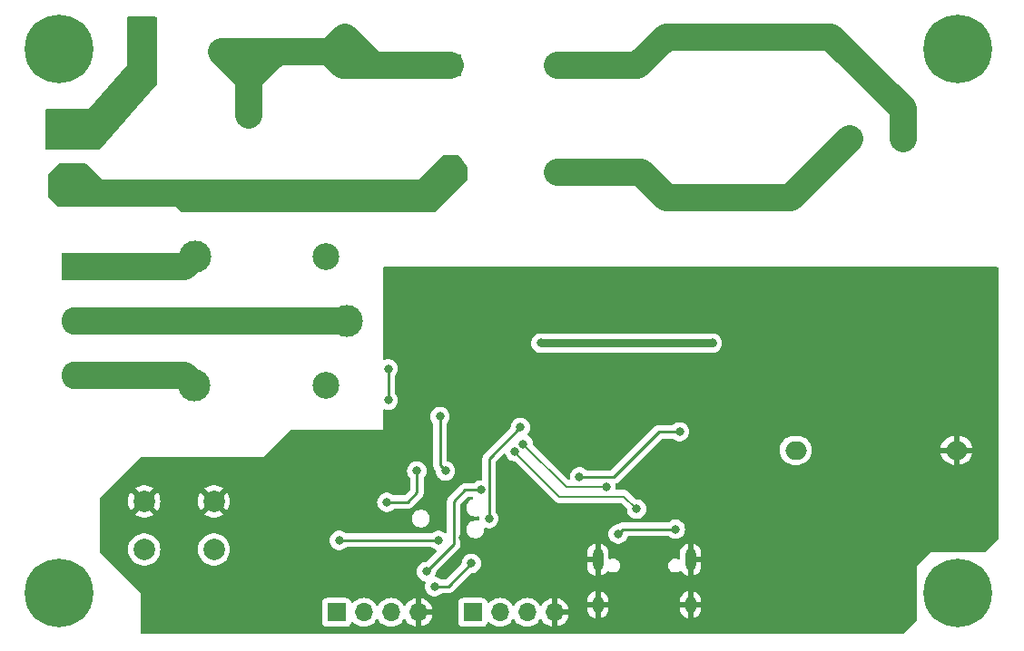
<source format=gbr>
%TF.GenerationSoftware,KiCad,Pcbnew,8.0.1*%
%TF.CreationDate,2024-04-05T21:06:31+06:30*%
%TF.ProjectId,STM32_base,53544d33-325f-4626-9173-652e6b696361,rev?*%
%TF.SameCoordinates,PX48ab840PY853a720*%
%TF.FileFunction,Copper,L2,Bot*%
%TF.FilePolarity,Positive*%
%FSLAX46Y46*%
G04 Gerber Fmt 4.6, Leading zero omitted, Abs format (unit mm)*
G04 Created by KiCad (PCBNEW 8.0.1) date 2024-04-05 21:06:31*
%MOMM*%
%LPD*%
G01*
G04 APERTURE LIST*
%TA.AperFunction,ComponentPad*%
%ADD10C,0.800000*%
%TD*%
%TA.AperFunction,ComponentPad*%
%ADD11C,6.400000*%
%TD*%
%TA.AperFunction,ComponentPad*%
%ADD12C,1.800000*%
%TD*%
%TA.AperFunction,ComponentPad*%
%ADD13R,1.700000X1.700000*%
%TD*%
%TA.AperFunction,ComponentPad*%
%ADD14O,1.700000X1.700000*%
%TD*%
%TA.AperFunction,ComponentPad*%
%ADD15R,2.600000X2.600000*%
%TD*%
%TA.AperFunction,ComponentPad*%
%ADD16C,2.600000*%
%TD*%
%TA.AperFunction,ComponentPad*%
%ADD17C,2.400000*%
%TD*%
%TA.AperFunction,ComponentPad*%
%ADD18O,1.000000X2.100000*%
%TD*%
%TA.AperFunction,ComponentPad*%
%ADD19O,1.000000X1.600000*%
%TD*%
%TA.AperFunction,ComponentPad*%
%ADD20R,2.000000X2.000000*%
%TD*%
%TA.AperFunction,ComponentPad*%
%ADD21C,2.000000*%
%TD*%
%TA.AperFunction,ComponentPad*%
%ADD22C,3.000000*%
%TD*%
%TA.AperFunction,ComponentPad*%
%ADD23C,2.500000*%
%TD*%
%TA.AperFunction,ComponentPad*%
%ADD24R,2.000000X1.700000*%
%TD*%
%TA.AperFunction,ComponentPad*%
%ADD25O,2.000000X1.700000*%
%TD*%
%TA.AperFunction,ViaPad*%
%ADD26C,0.800000*%
%TD*%
%TA.AperFunction,Conductor*%
%ADD27C,0.200000*%
%TD*%
%TA.AperFunction,Conductor*%
%ADD28C,0.254000*%
%TD*%
%TA.AperFunction,Conductor*%
%ADD29C,0.250000*%
%TD*%
%TA.AperFunction,Conductor*%
%ADD30C,2.540000*%
%TD*%
%TA.AperFunction,Conductor*%
%ADD31C,0.762000*%
%TD*%
G04 APERTURE END LIST*
D10*
%TO.P,H3,1,1*%
%TO.N,unconnected-(H3-Pad1)_3*%
X86500000Y5080000D03*
%TO.N,unconnected-(H3-Pad1)_6*%
X87202944Y6777056D03*
%TO.N,unconnected-(H3-Pad1)*%
X87202944Y3382944D03*
%TO.N,unconnected-(H3-Pad1)_5*%
X88900000Y7480000D03*
D11*
%TO.N,unconnected-(H3-Pad1)_7*%
X88900000Y5080000D03*
D10*
%TO.N,unconnected-(H3-Pad1)_0*%
X88900000Y2680000D03*
%TO.N,unconnected-(H3-Pad1)_2*%
X90597056Y6777056D03*
%TO.N,unconnected-(H3-Pad1)_4*%
X90597056Y3382944D03*
%TO.N,unconnected-(H3-Pad1)_1*%
X91300000Y5080000D03*
%TD*%
D12*
%TO.P,TH1,1*%
%TO.N,Net-(C9-Pad1)*%
X20260000Y55642000D03*
%TO.P,TH1,2*%
%TO.N,LINE*%
X12760000Y57642000D03*
%TD*%
D13*
%TO.P,J4,1,Pin_1*%
%TO.N,+3V3*%
X43688000Y3302000D03*
D14*
%TO.P,J4,2,Pin_2*%
%TO.N,I2C1_SCL*%
X46228000Y3302000D03*
%TO.P,J4,3,Pin_3*%
%TO.N,I2C1_SDA*%
X48768000Y3302000D03*
%TO.P,J4,4,Pin_4*%
%TO.N,GND*%
X51308000Y3302000D03*
%TD*%
D15*
%TO.P,J6,1,Pin_1*%
%TO.N,Net-(J6-Pin_1)*%
X6604000Y35565000D03*
D16*
%TO.P,J6,2,Pin_2*%
%TO.N,Net-(J6-Pin_2)*%
X6604000Y30485000D03*
%TO.P,J6,3,Pin_3*%
%TO.N,Net-(J6-Pin_3)*%
X6604000Y25405000D03*
%TD*%
D17*
%TO.P,C10,1*%
%TO.N,/LINE-OUT*%
X61722000Y57030000D03*
%TO.P,C10,2*%
%TO.N,/NEUT-OUT*%
X61722000Y42030000D03*
%TD*%
D18*
%TO.P,J5,S1,SHIELD*%
%TO.N,GND*%
X55370000Y8210000D03*
D19*
X55370000Y4030000D03*
D18*
X64010000Y8210000D03*
D19*
X64010000Y4030000D03*
%TD*%
D15*
%TO.P,J3,1,Pin_1*%
%TO.N,LINE*%
X6299000Y48392000D03*
D16*
%TO.P,J3,2,Pin_2*%
%TO.N,NEUT*%
X6299000Y43312000D03*
%TD*%
D20*
%TO.P,FL1,1,1*%
%TO.N,Net-(C9-Pad1)*%
X41624500Y54387500D03*
D21*
%TO.P,FL1,2,2*%
%TO.N,/LINE-OUT*%
X51624500Y54387500D03*
%TO.P,FL1,3,3*%
%TO.N,NEUT*%
X41624500Y44387500D03*
%TO.P,FL1,4,4*%
%TO.N,/NEUT-OUT*%
X51624500Y44387500D03*
%TD*%
D13*
%TO.P,J2,1,Pin_1*%
%TO.N,+3V3*%
X30988000Y3302000D03*
D14*
%TO.P,J2,2,Pin_2*%
%TO.N,USART1_TX*%
X33528000Y3302000D03*
%TO.P,J2,3,Pin_3*%
%TO.N,USART1_RX*%
X36068000Y3302000D03*
%TO.P,J2,4,Pin_4*%
%TO.N,GND*%
X38608000Y3302000D03*
%TD*%
D22*
%TO.P,K1,1*%
%TO.N,Net-(J6-Pin_2)*%
X31930000Y30480000D03*
D23*
%TO.P,K1,2*%
%TO.N,Net-(D2-K)*%
X29980000Y36530000D03*
D22*
%TO.P,K1,3*%
%TO.N,Net-(J6-Pin_1)*%
X17780000Y36530000D03*
%TO.P,K1,4*%
%TO.N,Net-(J6-Pin_3)*%
X17730000Y24480000D03*
D23*
%TO.P,K1,5*%
%TO.N,+5V*%
X29980000Y24530000D03*
%TD*%
D21*
%TO.P,SW1,1*%
%TO.N,GND*%
X13058000Y13680000D03*
X19558000Y13680000D03*
%TO.P,SW1,2*%
%TO.N,NRST*%
X13058000Y9180000D03*
X19558000Y9180000D03*
%TD*%
D10*
%TO.P,H4,1,1*%
%TO.N,unconnected-(H4-Pad1)_1*%
X2680000Y55880000D03*
%TO.N,unconnected-(H4-Pad1)_4*%
X3382944Y57577056D03*
%TO.N,unconnected-(H4-Pad1)_2*%
X3382944Y54182944D03*
%TO.N,unconnected-(H4-Pad1)*%
X5080000Y58280000D03*
D11*
%TO.N,unconnected-(H4-Pad1)_3*%
X5080000Y55880000D03*
D10*
%TO.N,unconnected-(H4-Pad1)_5*%
X5080000Y53480000D03*
%TO.N,unconnected-(H4-Pad1)_7*%
X6777056Y57577056D03*
%TO.N,unconnected-(H4-Pad1)_6*%
X6777056Y54182944D03*
%TO.N,unconnected-(H4-Pad1)_0*%
X7480000Y55880000D03*
%TD*%
D17*
%TO.P,C9,1*%
%TO.N,Net-(C9-Pad1)*%
X31750000Y57030000D03*
%TO.P,C9,2*%
%TO.N,NEUT*%
X31750000Y42030000D03*
%TD*%
D12*
%TO.P,RV1,1*%
%TO.N,Net-(C9-Pad1)*%
X22844000Y49724000D03*
%TO.P,RV1,2*%
%TO.N,NEUT*%
X20844000Y42224000D03*
%TD*%
D10*
%TO.P,H2,1,1*%
%TO.N,unconnected-(H2-Pad1)_6*%
X86500000Y55880000D03*
%TO.N,unconnected-(H2-Pad1)*%
X87202944Y57577056D03*
%TO.N,unconnected-(H2-Pad1)_2*%
X87202944Y54182944D03*
%TO.N,unconnected-(H2-Pad1)_1*%
X88900000Y58280000D03*
D11*
%TO.N,unconnected-(H2-Pad1)_0*%
X88900000Y55880000D03*
D10*
%TO.N,unconnected-(H2-Pad1)_5*%
X88900000Y53480000D03*
%TO.N,unconnected-(H2-Pad1)_3*%
X90597056Y57577056D03*
%TO.N,unconnected-(H2-Pad1)_7*%
X90597056Y54182944D03*
%TO.N,unconnected-(H2-Pad1)_4*%
X91300000Y55880000D03*
%TD*%
%TO.P,H1,1,1*%
%TO.N,unconnected-(H1-Pad1)_0*%
X2680000Y5080000D03*
%TO.N,unconnected-(H1-Pad1)_4*%
X3382944Y6777056D03*
%TO.N,unconnected-(H1-Pad1)_6*%
X3382944Y3382944D03*
%TO.N,unconnected-(H1-Pad1)_5*%
X5080000Y7480000D03*
D11*
%TO.N,unconnected-(H1-Pad1)_1*%
X5080000Y5080000D03*
D10*
%TO.N,unconnected-(H1-Pad1)_3*%
X5080000Y2680000D03*
%TO.N,unconnected-(H1-Pad1)_2*%
X6777056Y6777056D03*
%TO.N,unconnected-(H1-Pad1)_7*%
X6777056Y3382944D03*
%TO.N,unconnected-(H1-Pad1)*%
X7480000Y5080000D03*
%TD*%
D24*
%TO.P,PS1,1,AC/L*%
%TO.N,/LINE-OUT*%
X83820000Y47517500D03*
D25*
%TO.P,PS1,2,AC/N*%
%TO.N,/NEUT-OUT*%
X78820000Y47517500D03*
%TO.P,PS1,3,-Vout*%
%TO.N,GND*%
X88820000Y18437500D03*
%TO.P,PS1,4,+Vout*%
%TO.N,+5V*%
X73820000Y18437500D03*
%TD*%
D26*
%TO.N,GND*%
X65481200Y10820400D03*
%TO.N,VBUS*%
X62585600Y11074400D03*
X57251600Y10617200D03*
%TO.N,+3V3*%
X62992000Y20167600D03*
X53644800Y15951200D03*
X40640000Y21590000D03*
X41148000Y16510000D03*
%TO.N,GND*%
X70612000Y12446000D03*
X59436000Y4064000D03*
X64617600Y15748000D03*
X78359000Y11049000D03*
X22225000Y4191000D03*
X16891000Y5080000D03*
X60096400Y20878800D03*
X69088000Y7239000D03*
X44069000Y18034000D03*
X44831000Y6477000D03*
X44958000Y22733000D03*
X48895000Y21844000D03*
X49657000Y13589000D03*
X23241000Y15113000D03*
X56769000Y25273000D03*
X65151000Y19812000D03*
X77978000Y4572000D03*
X42672000Y32258000D03*
X88265000Y12192000D03*
X16256000Y11811000D03*
X51054000Y24384000D03*
X42799000Y10287000D03*
X34036000Y16891000D03*
X42291000Y24638000D03*
X41275000Y14478000D03*
X24384000Y7493000D03*
X52451000Y10414000D03*
X53213000Y32131000D03*
X41148000Y3302000D03*
X54483000Y19685000D03*
%TO.N,NRST*%
X31242000Y10033000D03*
X48133000Y20574000D03*
X45212000Y12065000D03*
X40513000Y10033000D03*
%TO.N,NEUT*%
X39370000Y42164000D03*
X12192000Y42418000D03*
X35560000Y42164000D03*
X9652000Y42418000D03*
X23114000Y42164000D03*
X17780000Y42418000D03*
X15240000Y42418000D03*
X25654000Y42164000D03*
X28702000Y42164000D03*
%TO.N,+5V*%
X66040000Y28448000D03*
X50038000Y28448000D03*
%TO.N,LINE*%
X10668000Y51816000D03*
X12700000Y51816000D03*
X8636000Y49276000D03*
X11684000Y52832000D03*
X13208000Y53340000D03*
X9144000Y47752000D03*
X12700000Y54610000D03*
X9144000Y50800000D03*
X10160000Y49276000D03*
X11176000Y50292000D03*
%TO.N,USART1_RX*%
X43561000Y7874000D03*
X40132000Y5715000D03*
%TO.N,USART1_TX*%
X44455708Y14725573D03*
X39370000Y7112000D03*
%TO.N,USB_D+*%
X58978800Y12954000D03*
X47634768Y18297768D03*
%TO.N,USB_D-*%
X56134000Y14986000D03*
X48377232Y19040232D03*
%TO.N,Relay_Ctrl*%
X38481000Y16510000D03*
X35687000Y13589000D03*
%TO.N,Net-(D2-K)*%
X35814000Y26052000D03*
X35814000Y23114000D03*
%TD*%
D27*
%TO.N,USB_D+*%
X47634768Y18278232D02*
X47634768Y18297768D01*
X51790600Y14122400D02*
X47634768Y18278232D01*
X58978800Y12954000D02*
X57810400Y14122400D01*
X57810400Y14122400D02*
X51790600Y14122400D01*
D28*
%TO.N,+3V3*%
X56845200Y15951200D02*
X53644800Y15951200D01*
X61061600Y20167600D02*
X56845200Y15951200D01*
X62992000Y20167600D02*
X61061600Y20167600D01*
D29*
%TO.N,VBUS*%
X57708800Y11074400D02*
X57251600Y10617200D01*
X62585600Y11074400D02*
X57708800Y11074400D01*
D28*
%TO.N,USART1_TX*%
X41910000Y9652000D02*
X39370000Y7112000D01*
X41910000Y13665200D02*
X41910000Y9652000D01*
X42970373Y14725573D02*
X41910000Y13665200D01*
X44455708Y14725573D02*
X42970373Y14725573D01*
D27*
%TO.N,USB_D-*%
X56134000Y14986000D02*
X52451000Y14986000D01*
X48396768Y19040232D02*
X48377232Y19040232D01*
X52451000Y14986000D02*
X48396768Y19040232D01*
D30*
%TO.N,Net-(J6-Pin_1)*%
X16815000Y35565000D02*
X17780000Y36530000D01*
X6604000Y35565000D02*
X16815000Y35565000D01*
%TO.N,Net-(J6-Pin_2)*%
X31355000Y30485000D02*
X31360000Y30480000D01*
X6604000Y30485000D02*
X31355000Y30485000D01*
%TO.N,Net-(J6-Pin_3)*%
X16805000Y25405000D02*
X17730000Y24480000D01*
X6604000Y25405000D02*
X16805000Y25405000D01*
D28*
%TO.N,+3V3*%
X40640000Y17018000D02*
X41148000Y16510000D01*
X40640000Y21590000D02*
X40640000Y17018000D01*
%TO.N,GND*%
X52215776Y20807618D02*
X53360382Y20807618D01*
X53360382Y20807618D02*
X54483000Y19685000D01*
%TO.N,NRST*%
X45212000Y17653000D02*
X48133000Y20574000D01*
X31242000Y10033000D02*
X40513000Y10033000D01*
X45212000Y12065000D02*
X45212000Y17653000D01*
D30*
%TO.N,Net-(C9-Pad1)*%
X25400000Y55642000D02*
X30362000Y55642000D01*
X30362000Y55642000D02*
X31750000Y57030000D01*
X22844000Y53086000D02*
X22844000Y55626000D01*
X22844000Y55626000D02*
X22860000Y55642000D01*
X22860000Y55642000D02*
X25400000Y55642000D01*
X30362000Y55642000D02*
X31616500Y54387500D01*
X31616500Y54387500D02*
X34392500Y54387500D01*
X20260000Y55642000D02*
X22860000Y55642000D01*
X20260000Y55642000D02*
X22816000Y53086000D01*
X41624500Y54387500D02*
X34392500Y54387500D01*
X22816000Y53086000D02*
X22844000Y53086000D01*
X22844000Y49724000D02*
X22844000Y53086000D01*
X34392500Y54387500D02*
X31750000Y57030000D01*
X22844000Y53086000D02*
X25400000Y55642000D01*
%TO.N,/NEUT-OUT*%
X59364500Y44387500D02*
X61722000Y42030000D01*
X73332500Y42030000D02*
X78820000Y47517500D01*
X51624500Y44387500D02*
X59364500Y44387500D01*
X61722000Y42030000D02*
X73332500Y42030000D01*
%TO.N,/LINE-OUT*%
X61722000Y57030000D02*
X77082000Y57030000D01*
X51624500Y54387500D02*
X59079500Y54387500D01*
X83820000Y50292000D02*
X83820000Y47517500D01*
X59079500Y54387500D02*
X61722000Y57030000D01*
X77082000Y57030000D02*
X83820000Y50292000D01*
D31*
%TO.N,+5V*%
X66040000Y28448000D02*
X50038000Y28448000D01*
D28*
%TO.N,USART1_RX*%
X43561000Y7874000D02*
X41402000Y5715000D01*
X41402000Y5715000D02*
X40259000Y5715000D01*
X40259000Y5715000D02*
X40132000Y5715000D01*
D29*
%TO.N,Relay_Ctrl*%
X35687000Y13589000D02*
X37592000Y13589000D01*
X37592000Y13589000D02*
X38481000Y14478000D01*
X38481000Y14478000D02*
X38481000Y16510000D01*
D28*
%TO.N,Net-(D2-K)*%
X35814000Y23114000D02*
X35814000Y26052000D01*
%TD*%
%TA.AperFunction,Conductor*%
%TO.N,GND*%
G36*
X92653039Y35540315D02*
G01*
X92698794Y35487511D01*
X92710000Y35436000D01*
X92710000Y10211362D01*
X92690315Y10144323D01*
X92673681Y10123681D01*
X91476319Y8926319D01*
X91414996Y8892834D01*
X91388638Y8890000D01*
X86359999Y8890000D01*
X85090000Y7620001D01*
X85090000Y2591362D01*
X85070315Y2524323D01*
X85053681Y2503681D01*
X83856319Y1306319D01*
X83794996Y1272834D01*
X83768638Y1270000D01*
X12824000Y1270000D01*
X12756961Y1289685D01*
X12711206Y1342489D01*
X12700000Y1394000D01*
X12700000Y2404130D01*
X29637500Y2404130D01*
X29637501Y2404124D01*
X29643908Y2344517D01*
X29694202Y2209672D01*
X29694206Y2209665D01*
X29780452Y2094456D01*
X29780455Y2094453D01*
X29895664Y2008207D01*
X29895671Y2008203D01*
X30030517Y1957909D01*
X30030516Y1957909D01*
X30037444Y1957165D01*
X30090127Y1951500D01*
X31885872Y1951501D01*
X31945483Y1957909D01*
X32080331Y2008204D01*
X32195546Y2094454D01*
X32281796Y2209669D01*
X32330810Y2341084D01*
X32372681Y2397016D01*
X32438145Y2421434D01*
X32506418Y2406583D01*
X32534673Y2385431D01*
X32656599Y2263505D01*
X32753384Y2195735D01*
X32850165Y2127968D01*
X32850167Y2127967D01*
X32850170Y2127965D01*
X33064337Y2028097D01*
X33292592Y1966937D01*
X33469034Y1951500D01*
X33527999Y1946341D01*
X33528000Y1946341D01*
X33528001Y1946341D01*
X33586966Y1951500D01*
X33763408Y1966937D01*
X33991663Y2028097D01*
X34205830Y2127965D01*
X34399401Y2263505D01*
X34566495Y2430599D01*
X34696425Y2616158D01*
X34751002Y2659783D01*
X34820500Y2666977D01*
X34882855Y2635454D01*
X34899575Y2616158D01*
X35029281Y2430918D01*
X35029505Y2430599D01*
X35196599Y2263505D01*
X35293384Y2195735D01*
X35390165Y2127968D01*
X35390167Y2127967D01*
X35390170Y2127965D01*
X35604337Y2028097D01*
X35832592Y1966937D01*
X36009034Y1951500D01*
X36067999Y1946341D01*
X36068000Y1946341D01*
X36068001Y1946341D01*
X36126966Y1951500D01*
X36303408Y1966937D01*
X36531663Y2028097D01*
X36745830Y2127965D01*
X36939401Y2263505D01*
X37106495Y2430599D01*
X37236730Y2616595D01*
X37291307Y2660219D01*
X37360805Y2667413D01*
X37423160Y2635890D01*
X37439879Y2616595D01*
X37569890Y2430922D01*
X37736917Y2263895D01*
X37930421Y2128400D01*
X38144507Y2028571D01*
X38144516Y2028567D01*
X38358000Y1971366D01*
X38358000Y2868988D01*
X38415007Y2836075D01*
X38542174Y2802000D01*
X38673826Y2802000D01*
X38800993Y2836075D01*
X38858000Y2868988D01*
X38858000Y1971367D01*
X39071483Y2028567D01*
X39071492Y2028571D01*
X39285578Y2128400D01*
X39479082Y2263895D01*
X39619317Y2404130D01*
X42337500Y2404130D01*
X42337501Y2404124D01*
X42343908Y2344517D01*
X42394202Y2209672D01*
X42394206Y2209665D01*
X42480452Y2094456D01*
X42480455Y2094453D01*
X42595664Y2008207D01*
X42595671Y2008203D01*
X42730517Y1957909D01*
X42730516Y1957909D01*
X42737444Y1957165D01*
X42790127Y1951500D01*
X44585872Y1951501D01*
X44645483Y1957909D01*
X44780331Y2008204D01*
X44895546Y2094454D01*
X44981796Y2209669D01*
X45030810Y2341084D01*
X45072681Y2397016D01*
X45138145Y2421434D01*
X45206418Y2406583D01*
X45234673Y2385431D01*
X45356599Y2263505D01*
X45453384Y2195735D01*
X45550165Y2127968D01*
X45550167Y2127967D01*
X45550170Y2127965D01*
X45764337Y2028097D01*
X45992592Y1966937D01*
X46169034Y1951500D01*
X46227999Y1946341D01*
X46228000Y1946341D01*
X46228001Y1946341D01*
X46286966Y1951500D01*
X46463408Y1966937D01*
X46691663Y2028097D01*
X46905830Y2127965D01*
X47099401Y2263505D01*
X47266495Y2430599D01*
X47396425Y2616158D01*
X47451002Y2659783D01*
X47520500Y2666977D01*
X47582855Y2635454D01*
X47599575Y2616158D01*
X47729281Y2430918D01*
X47729505Y2430599D01*
X47896599Y2263505D01*
X47993384Y2195735D01*
X48090165Y2127968D01*
X48090167Y2127967D01*
X48090170Y2127965D01*
X48304337Y2028097D01*
X48532592Y1966937D01*
X48709034Y1951500D01*
X48767999Y1946341D01*
X48768000Y1946341D01*
X48768001Y1946341D01*
X48826966Y1951500D01*
X49003408Y1966937D01*
X49231663Y2028097D01*
X49445830Y2127965D01*
X49639401Y2263505D01*
X49806495Y2430599D01*
X49936730Y2616595D01*
X49991307Y2660219D01*
X50060805Y2667413D01*
X50123160Y2635890D01*
X50139879Y2616595D01*
X50269890Y2430922D01*
X50436917Y2263895D01*
X50630421Y2128400D01*
X50844507Y2028571D01*
X50844516Y2028567D01*
X51058000Y1971366D01*
X51058000Y2868988D01*
X51115007Y2836075D01*
X51242174Y2802000D01*
X51373826Y2802000D01*
X51500993Y2836075D01*
X51558000Y2868988D01*
X51558000Y1971367D01*
X51771483Y2028567D01*
X51771492Y2028571D01*
X51985578Y2128400D01*
X52179082Y2263895D01*
X52346105Y2430918D01*
X52481600Y2624422D01*
X52581429Y2838508D01*
X52581432Y2838514D01*
X52638636Y3052000D01*
X51741012Y3052000D01*
X51773925Y3109007D01*
X51808000Y3236174D01*
X51808000Y3367826D01*
X51773925Y3494993D01*
X51741012Y3552000D01*
X52638636Y3552000D01*
X52638635Y3552001D01*
X52617332Y3631505D01*
X54370000Y3631505D01*
X54408427Y3438319D01*
X54408430Y3438307D01*
X54483807Y3256329D01*
X54483814Y3256316D01*
X54593248Y3092538D01*
X54593251Y3092534D01*
X54732533Y2953252D01*
X54732537Y2953249D01*
X54896315Y2843815D01*
X54896328Y2843808D01*
X55078308Y2768431D01*
X55120000Y2760138D01*
X55120000Y3563012D01*
X55129940Y3545795D01*
X55185795Y3489940D01*
X55254204Y3450444D01*
X55330504Y3430000D01*
X55409496Y3430000D01*
X55485796Y3450444D01*
X55554205Y3489940D01*
X55610060Y3545795D01*
X55620000Y3563012D01*
X55620000Y2760138D01*
X55661690Y2768431D01*
X55661692Y2768431D01*
X55843671Y2843808D01*
X55843684Y2843815D01*
X56007462Y2953249D01*
X56007466Y2953252D01*
X56146748Y3092534D01*
X56146751Y3092538D01*
X56256185Y3256316D01*
X56256192Y3256329D01*
X56331569Y3438307D01*
X56331572Y3438319D01*
X56369999Y3631505D01*
X63010000Y3631505D01*
X63048427Y3438319D01*
X63048430Y3438307D01*
X63123807Y3256329D01*
X63123814Y3256316D01*
X63233248Y3092538D01*
X63233251Y3092534D01*
X63372533Y2953252D01*
X63372537Y2953249D01*
X63536315Y2843815D01*
X63536328Y2843808D01*
X63718308Y2768431D01*
X63760000Y2760138D01*
X63760000Y3563012D01*
X63769940Y3545795D01*
X63825795Y3489940D01*
X63894204Y3450444D01*
X63970504Y3430000D01*
X64049496Y3430000D01*
X64125796Y3450444D01*
X64194205Y3489940D01*
X64250060Y3545795D01*
X64260000Y3563012D01*
X64260000Y2760138D01*
X64301690Y2768431D01*
X64301692Y2768431D01*
X64483671Y2843808D01*
X64483684Y2843815D01*
X64647462Y2953249D01*
X64647466Y2953252D01*
X64786748Y3092534D01*
X64786751Y3092538D01*
X64896185Y3256316D01*
X64896192Y3256329D01*
X64971569Y3438307D01*
X64971572Y3438319D01*
X65009999Y3631505D01*
X65010000Y3631508D01*
X65010000Y3780000D01*
X64310000Y3780000D01*
X64310000Y4280000D01*
X65010000Y4280000D01*
X65010000Y4428492D01*
X65009999Y4428496D01*
X64971572Y4621682D01*
X64971569Y4621694D01*
X64896192Y4803672D01*
X64896185Y4803685D01*
X64786751Y4967463D01*
X64786748Y4967467D01*
X64647466Y5106749D01*
X64647462Y5106752D01*
X64483684Y5216186D01*
X64483671Y5216193D01*
X64301691Y5291571D01*
X64301683Y5291573D01*
X64260000Y5299865D01*
X64260000Y4496989D01*
X64250060Y4514205D01*
X64194205Y4570060D01*
X64125796Y4609556D01*
X64049496Y4630000D01*
X63970504Y4630000D01*
X63894204Y4609556D01*
X63825795Y4570060D01*
X63769940Y4514205D01*
X63760000Y4496989D01*
X63760000Y5299864D01*
X63759999Y5299865D01*
X63718316Y5291573D01*
X63718308Y5291571D01*
X63536328Y5216193D01*
X63536315Y5216186D01*
X63372537Y5106752D01*
X63372533Y5106749D01*
X63233251Y4967467D01*
X63233248Y4967463D01*
X63123814Y4803685D01*
X63123807Y4803672D01*
X63048430Y4621694D01*
X63048427Y4621682D01*
X63010000Y4428496D01*
X63010000Y4280000D01*
X63710000Y4280000D01*
X63710000Y3780000D01*
X63010000Y3780000D01*
X63010000Y3631505D01*
X56369999Y3631505D01*
X56370000Y3631508D01*
X56370000Y3780000D01*
X55670000Y3780000D01*
X55670000Y4280000D01*
X56370000Y4280000D01*
X56370000Y4428492D01*
X56369999Y4428496D01*
X56331572Y4621682D01*
X56331569Y4621694D01*
X56256192Y4803672D01*
X56256185Y4803685D01*
X56146751Y4967463D01*
X56146748Y4967467D01*
X56007466Y5106749D01*
X56007462Y5106752D01*
X55843684Y5216186D01*
X55843671Y5216193D01*
X55661691Y5291571D01*
X55661683Y5291573D01*
X55620000Y5299865D01*
X55620000Y4496989D01*
X55610060Y4514205D01*
X55554205Y4570060D01*
X55485796Y4609556D01*
X55409496Y4630000D01*
X55330504Y4630000D01*
X55254204Y4609556D01*
X55185795Y4570060D01*
X55129940Y4514205D01*
X55120000Y4496989D01*
X55120000Y5299864D01*
X55119999Y5299865D01*
X55078316Y5291573D01*
X55078308Y5291571D01*
X54896328Y5216193D01*
X54896315Y5216186D01*
X54732537Y5106752D01*
X54732533Y5106749D01*
X54593251Y4967467D01*
X54593248Y4967463D01*
X54483814Y4803685D01*
X54483807Y4803672D01*
X54408430Y4621694D01*
X54408427Y4621682D01*
X54370000Y4428496D01*
X54370000Y4280000D01*
X55070000Y4280000D01*
X55070000Y3780000D01*
X54370000Y3780000D01*
X54370000Y3631505D01*
X52617332Y3631505D01*
X52581432Y3765487D01*
X52581429Y3765493D01*
X52481600Y3979578D01*
X52481599Y3979580D01*
X52346113Y4173074D01*
X52346108Y4173080D01*
X52179082Y4340106D01*
X51985578Y4475601D01*
X51771492Y4575430D01*
X51771486Y4575433D01*
X51558000Y4632636D01*
X51558000Y3735012D01*
X51500993Y3767925D01*
X51373826Y3802000D01*
X51242174Y3802000D01*
X51115007Y3767925D01*
X51058000Y3735012D01*
X51058000Y4632636D01*
X51057999Y4632636D01*
X50844513Y4575433D01*
X50844507Y4575430D01*
X50630422Y4475601D01*
X50630420Y4475600D01*
X50436926Y4340114D01*
X50436920Y4340109D01*
X50269891Y4173080D01*
X50269890Y4173078D01*
X50139880Y3987405D01*
X50085303Y3943781D01*
X50015804Y3936588D01*
X49953450Y3968110D01*
X49936730Y3987406D01*
X49806494Y4173403D01*
X49639402Y4340494D01*
X49639395Y4340499D01*
X49445834Y4476033D01*
X49445830Y4476035D01*
X49445828Y4476036D01*
X49231663Y4575903D01*
X49231659Y4575904D01*
X49231655Y4575906D01*
X49003413Y4637062D01*
X49003403Y4637064D01*
X48768001Y4657659D01*
X48767999Y4657659D01*
X48532596Y4637064D01*
X48532586Y4637062D01*
X48304344Y4575906D01*
X48304335Y4575902D01*
X48090171Y4476036D01*
X48090169Y4476035D01*
X47896597Y4340495D01*
X47729505Y4173403D01*
X47599575Y3987842D01*
X47544998Y3944217D01*
X47475500Y3937023D01*
X47413145Y3968546D01*
X47396425Y3987842D01*
X47266494Y4173403D01*
X47099402Y4340494D01*
X47099395Y4340499D01*
X46905834Y4476033D01*
X46905830Y4476035D01*
X46905828Y4476036D01*
X46691663Y4575903D01*
X46691659Y4575904D01*
X46691655Y4575906D01*
X46463413Y4637062D01*
X46463403Y4637064D01*
X46228001Y4657659D01*
X46227999Y4657659D01*
X45992596Y4637064D01*
X45992586Y4637062D01*
X45764344Y4575906D01*
X45764335Y4575902D01*
X45550171Y4476036D01*
X45550169Y4476035D01*
X45356600Y4340497D01*
X45234673Y4218570D01*
X45173350Y4185086D01*
X45103658Y4190070D01*
X45047725Y4231942D01*
X45030810Y4262919D01*
X44981797Y4394329D01*
X44981793Y4394336D01*
X44895547Y4509545D01*
X44895544Y4509548D01*
X44780335Y4595794D01*
X44780328Y4595798D01*
X44645482Y4646092D01*
X44645483Y4646092D01*
X44585883Y4652499D01*
X44585881Y4652500D01*
X44585873Y4652500D01*
X44585864Y4652500D01*
X42790129Y4652500D01*
X42790123Y4652499D01*
X42730516Y4646092D01*
X42595671Y4595798D01*
X42595664Y4595794D01*
X42480455Y4509548D01*
X42480452Y4509545D01*
X42394206Y4394336D01*
X42394202Y4394329D01*
X42343908Y4259483D01*
X42337501Y4199884D01*
X42337500Y4199865D01*
X42337500Y2404130D01*
X39619317Y2404130D01*
X39646105Y2430918D01*
X39781600Y2624422D01*
X39881429Y2838508D01*
X39881432Y2838514D01*
X39938636Y3052000D01*
X39041012Y3052000D01*
X39073925Y3109007D01*
X39108000Y3236174D01*
X39108000Y3367826D01*
X39073925Y3494993D01*
X39041012Y3552000D01*
X39938636Y3552000D01*
X39938635Y3552001D01*
X39881432Y3765487D01*
X39881429Y3765493D01*
X39781600Y3979578D01*
X39781599Y3979580D01*
X39646113Y4173074D01*
X39646108Y4173080D01*
X39479082Y4340106D01*
X39285578Y4475601D01*
X39071492Y4575430D01*
X39071486Y4575433D01*
X38858000Y4632636D01*
X38858000Y3735012D01*
X38800993Y3767925D01*
X38673826Y3802000D01*
X38542174Y3802000D01*
X38415007Y3767925D01*
X38358000Y3735012D01*
X38358000Y4632636D01*
X38357999Y4632636D01*
X38144513Y4575433D01*
X38144507Y4575430D01*
X37930422Y4475601D01*
X37930420Y4475600D01*
X37736926Y4340114D01*
X37736920Y4340109D01*
X37569891Y4173080D01*
X37569890Y4173078D01*
X37439880Y3987405D01*
X37385303Y3943781D01*
X37315804Y3936588D01*
X37253450Y3968110D01*
X37236730Y3987406D01*
X37106494Y4173403D01*
X36939402Y4340494D01*
X36939395Y4340499D01*
X36745834Y4476033D01*
X36745830Y4476035D01*
X36745828Y4476036D01*
X36531663Y4575903D01*
X36531659Y4575904D01*
X36531655Y4575906D01*
X36303413Y4637062D01*
X36303403Y4637064D01*
X36068001Y4657659D01*
X36067999Y4657659D01*
X35832596Y4637064D01*
X35832586Y4637062D01*
X35604344Y4575906D01*
X35604335Y4575902D01*
X35390171Y4476036D01*
X35390169Y4476035D01*
X35196597Y4340495D01*
X35029505Y4173403D01*
X34899575Y3987842D01*
X34844998Y3944217D01*
X34775500Y3937023D01*
X34713145Y3968546D01*
X34696425Y3987842D01*
X34566494Y4173403D01*
X34399402Y4340494D01*
X34399395Y4340499D01*
X34205834Y4476033D01*
X34205830Y4476035D01*
X34205828Y4476036D01*
X33991663Y4575903D01*
X33991659Y4575904D01*
X33991655Y4575906D01*
X33763413Y4637062D01*
X33763403Y4637064D01*
X33528001Y4657659D01*
X33527999Y4657659D01*
X33292596Y4637064D01*
X33292586Y4637062D01*
X33064344Y4575906D01*
X33064335Y4575902D01*
X32850171Y4476036D01*
X32850169Y4476035D01*
X32656600Y4340497D01*
X32534673Y4218570D01*
X32473350Y4185086D01*
X32403658Y4190070D01*
X32347725Y4231942D01*
X32330810Y4262919D01*
X32281797Y4394329D01*
X32281793Y4394336D01*
X32195547Y4509545D01*
X32195544Y4509548D01*
X32080335Y4595794D01*
X32080328Y4595798D01*
X31945482Y4646092D01*
X31945483Y4646092D01*
X31885883Y4652499D01*
X31885881Y4652500D01*
X31885873Y4652500D01*
X31885864Y4652500D01*
X30090129Y4652500D01*
X30090123Y4652499D01*
X30030516Y4646092D01*
X29895671Y4595798D01*
X29895664Y4595794D01*
X29780455Y4509548D01*
X29780452Y4509545D01*
X29694206Y4394336D01*
X29694202Y4394329D01*
X29643908Y4259483D01*
X29637501Y4199884D01*
X29637500Y4199865D01*
X29637500Y2404130D01*
X12700000Y2404130D01*
X12700000Y5080000D01*
X8926319Y8853681D01*
X8892834Y8915004D01*
X8890000Y8941362D01*
X8890000Y9179995D01*
X11552357Y9179995D01*
X11572890Y8932188D01*
X11572892Y8932176D01*
X11633936Y8691119D01*
X11733826Y8463394D01*
X11869833Y8255218D01*
X11869836Y8255215D01*
X12038256Y8072262D01*
X12234491Y7919526D01*
X12453190Y7801172D01*
X12688386Y7720429D01*
X12933665Y7679500D01*
X13182335Y7679500D01*
X13427614Y7720429D01*
X13662810Y7801172D01*
X13881509Y7919526D01*
X14077744Y8072262D01*
X14246164Y8255215D01*
X14382173Y8463393D01*
X14482063Y8691119D01*
X14543108Y8932179D01*
X14548816Y9001064D01*
X14563643Y9179995D01*
X18052357Y9179995D01*
X18072890Y8932188D01*
X18072892Y8932176D01*
X18133936Y8691119D01*
X18233826Y8463394D01*
X18369833Y8255218D01*
X18369836Y8255215D01*
X18538256Y8072262D01*
X18734491Y7919526D01*
X18953190Y7801172D01*
X19188386Y7720429D01*
X19433665Y7679500D01*
X19682335Y7679500D01*
X19927614Y7720429D01*
X20162810Y7801172D01*
X20381509Y7919526D01*
X20577744Y8072262D01*
X20746164Y8255215D01*
X20882173Y8463393D01*
X20982063Y8691119D01*
X21043108Y8932179D01*
X21048816Y9001064D01*
X21063643Y9179995D01*
X21063643Y9180006D01*
X21043109Y9427813D01*
X21043107Y9427825D01*
X20982063Y9668882D01*
X20882173Y9896607D01*
X20793064Y10033000D01*
X30336540Y10033000D01*
X30356326Y9844744D01*
X30356327Y9844741D01*
X30414818Y9664723D01*
X30414821Y9664716D01*
X30509467Y9500784D01*
X30602498Y9397463D01*
X30636129Y9360112D01*
X30789265Y9248852D01*
X30789270Y9248849D01*
X30962192Y9171858D01*
X30962197Y9171856D01*
X31147354Y9132500D01*
X31147355Y9132500D01*
X31336644Y9132500D01*
X31336646Y9132500D01*
X31521803Y9171856D01*
X31694730Y9248849D01*
X31847871Y9360112D01*
X31851799Y9364475D01*
X31911286Y9401121D01*
X31943947Y9405500D01*
X39811053Y9405500D01*
X39878092Y9385815D01*
X39903199Y9364477D01*
X39907129Y9360112D01*
X39907132Y9360109D01*
X39907135Y9360107D01*
X40060265Y9248852D01*
X40060270Y9248849D01*
X40233197Y9171856D01*
X40264839Y9165131D01*
X40326319Y9131941D01*
X40360097Y9070778D01*
X40355446Y9001064D01*
X40326739Y8956160D01*
X39419400Y8048819D01*
X39358077Y8015334D01*
X39331719Y8012500D01*
X39275354Y8012500D01*
X39242897Y8005602D01*
X39090197Y7973145D01*
X39090192Y7973143D01*
X38917270Y7896152D01*
X38917265Y7896149D01*
X38764129Y7784889D01*
X38637466Y7644215D01*
X38542821Y7480285D01*
X38542818Y7480278D01*
X38506827Y7369507D01*
X38484326Y7300256D01*
X38464540Y7112000D01*
X38484326Y6923744D01*
X38484327Y6923741D01*
X38542818Y6743723D01*
X38542821Y6743716D01*
X38637467Y6579784D01*
X38764129Y6439112D01*
X38917265Y6327852D01*
X38917270Y6327849D01*
X39090192Y6250858D01*
X39090197Y6250856D01*
X39207179Y6225991D01*
X39268661Y6192799D01*
X39302437Y6131636D01*
X39299329Y6066383D01*
X39246326Y5903256D01*
X39226540Y5715000D01*
X39246326Y5526744D01*
X39246327Y5526741D01*
X39304818Y5346723D01*
X39304821Y5346716D01*
X39399467Y5182784D01*
X39522201Y5046474D01*
X39526129Y5042112D01*
X39679265Y4930852D01*
X39679270Y4930849D01*
X39852192Y4853858D01*
X39852197Y4853856D01*
X40037354Y4814500D01*
X40037355Y4814500D01*
X40226644Y4814500D01*
X40226646Y4814500D01*
X40411803Y4853856D01*
X40584730Y4930849D01*
X40737871Y5042112D01*
X40741799Y5046475D01*
X40801286Y5083121D01*
X40833947Y5087500D01*
X41463804Y5087500D01*
X41463805Y5087501D01*
X41585035Y5111614D01*
X41687164Y5153918D01*
X41699233Y5158917D01*
X41802008Y5227589D01*
X41889411Y5314992D01*
X43511600Y6937181D01*
X43572923Y6970666D01*
X43599281Y6973500D01*
X43655644Y6973500D01*
X43655646Y6973500D01*
X43840803Y7012856D01*
X44013730Y7089849D01*
X44166871Y7201112D01*
X44293533Y7341784D01*
X44388179Y7505716D01*
X44406306Y7561505D01*
X54370000Y7561505D01*
X54408427Y7368319D01*
X54408430Y7368307D01*
X54483807Y7186329D01*
X54483814Y7186316D01*
X54593248Y7022538D01*
X54593251Y7022534D01*
X54732533Y6883252D01*
X54732537Y6883249D01*
X54896315Y6773815D01*
X54896328Y6773808D01*
X55078308Y6698431D01*
X55120000Y6690138D01*
X55120000Y7493012D01*
X55129940Y7475795D01*
X55185795Y7419940D01*
X55254204Y7380444D01*
X55330504Y7360000D01*
X55409496Y7360000D01*
X55485796Y7380444D01*
X55554205Y7419940D01*
X55610060Y7475795D01*
X55620000Y7493012D01*
X55620000Y6690138D01*
X55661690Y6698431D01*
X55661692Y6698431D01*
X55843671Y6773808D01*
X55843684Y6773815D01*
X56007462Y6883249D01*
X56007466Y6883252D01*
X56146748Y7022534D01*
X56146754Y7022542D01*
X56219023Y7130699D01*
X56272635Y7175505D01*
X56341960Y7184212D01*
X56391016Y7164911D01*
X56427195Y7140737D01*
X56489504Y7099103D01*
X56489505Y7099103D01*
X56489506Y7099102D01*
X56489508Y7099101D01*
X56569033Y7066161D01*
X56608798Y7049690D01*
X56608800Y7049690D01*
X56608805Y7049688D01*
X56735434Y7024501D01*
X56735438Y7024500D01*
X56735439Y7024500D01*
X56864562Y7024500D01*
X56864563Y7024501D01*
X56906774Y7032897D01*
X56991194Y7049688D01*
X56991197Y7049690D01*
X56991202Y7049690D01*
X57110496Y7099103D01*
X57217857Y7170840D01*
X57309160Y7262143D01*
X57380897Y7369504D01*
X57430310Y7488798D01*
X57455499Y7615435D01*
X61924500Y7615435D01*
X61949687Y7488806D01*
X61949690Y7488797D01*
X61999100Y7369509D01*
X61999101Y7369507D01*
X62070839Y7262144D01*
X62070842Y7262140D01*
X62162139Y7170843D01*
X62162143Y7170840D01*
X62269504Y7099103D01*
X62269505Y7099103D01*
X62269506Y7099102D01*
X62269508Y7099101D01*
X62349033Y7066161D01*
X62388798Y7049690D01*
X62388800Y7049690D01*
X62388805Y7049688D01*
X62515434Y7024501D01*
X62515438Y7024500D01*
X62515439Y7024500D01*
X62644562Y7024500D01*
X62644563Y7024501D01*
X62686774Y7032897D01*
X62771194Y7049688D01*
X62771197Y7049690D01*
X62771202Y7049690D01*
X62890496Y7099103D01*
X62988984Y7164912D01*
X63055660Y7185789D01*
X63123040Y7167305D01*
X63160976Y7130700D01*
X63233248Y7022538D01*
X63233251Y7022534D01*
X63372533Y6883252D01*
X63372537Y6883249D01*
X63536315Y6773815D01*
X63536328Y6773808D01*
X63718308Y6698431D01*
X63760000Y6690138D01*
X63760000Y7493012D01*
X63769940Y7475795D01*
X63825795Y7419940D01*
X63894204Y7380444D01*
X63970504Y7360000D01*
X64049496Y7360000D01*
X64125796Y7380444D01*
X64194205Y7419940D01*
X64250060Y7475795D01*
X64260000Y7493012D01*
X64260000Y6690138D01*
X64301690Y6698431D01*
X64301692Y6698431D01*
X64483671Y6773808D01*
X64483684Y6773815D01*
X64647462Y6883249D01*
X64647466Y6883252D01*
X64786748Y7022534D01*
X64786751Y7022538D01*
X64896185Y7186316D01*
X64896192Y7186329D01*
X64971569Y7368307D01*
X64971572Y7368319D01*
X65009999Y7561505D01*
X65010000Y7561508D01*
X65010000Y7960000D01*
X64310000Y7960000D01*
X64310000Y8460000D01*
X65010000Y8460000D01*
X65010000Y8858492D01*
X65009999Y8858496D01*
X64971572Y9051682D01*
X64971569Y9051694D01*
X64896192Y9233672D01*
X64896185Y9233685D01*
X64786751Y9397463D01*
X64786748Y9397467D01*
X64647466Y9536749D01*
X64647462Y9536752D01*
X64483684Y9646186D01*
X64483671Y9646193D01*
X64301691Y9721571D01*
X64301683Y9721573D01*
X64260000Y9729865D01*
X64260000Y8926989D01*
X64250060Y8944205D01*
X64194205Y9000060D01*
X64125796Y9039556D01*
X64049496Y9060000D01*
X63970504Y9060000D01*
X63894204Y9039556D01*
X63825795Y9000060D01*
X63769940Y8944205D01*
X63760000Y8926989D01*
X63760000Y9729864D01*
X63759999Y9729865D01*
X63718316Y9721573D01*
X63718308Y9721571D01*
X63536328Y9646193D01*
X63536315Y9646186D01*
X63372537Y9536752D01*
X63372533Y9536749D01*
X63233251Y9397467D01*
X63233248Y9397463D01*
X63123814Y9233685D01*
X63123807Y9233672D01*
X63048430Y9051694D01*
X63048427Y9051682D01*
X63010000Y8858496D01*
X63010000Y8396976D01*
X62990315Y8329937D01*
X62937511Y8284182D01*
X62868353Y8274238D01*
X62838551Y8282414D01*
X62771202Y8310310D01*
X62771195Y8310312D01*
X62771194Y8310312D01*
X62771194Y8310313D01*
X62644565Y8335500D01*
X62644561Y8335500D01*
X62515439Y8335500D01*
X62515434Y8335500D01*
X62388805Y8310313D01*
X62388796Y8310310D01*
X62269508Y8260900D01*
X62269506Y8260899D01*
X62162143Y8189161D01*
X62162139Y8189158D01*
X62070842Y8097861D01*
X62070839Y8097857D01*
X61999101Y7990494D01*
X61999100Y7990492D01*
X61949690Y7871204D01*
X61949687Y7871195D01*
X61924500Y7744566D01*
X61924500Y7615435D01*
X57455499Y7615435D01*
X57455500Y7615439D01*
X57455500Y7744561D01*
X57447479Y7784888D01*
X57430312Y7871195D01*
X57430309Y7871204D01*
X57380899Y7990492D01*
X57380898Y7990494D01*
X57364300Y8015334D01*
X57309160Y8097857D01*
X57309157Y8097861D01*
X57217860Y8189158D01*
X57217856Y8189161D01*
X57110493Y8260899D01*
X57110491Y8260900D01*
X56991203Y8310310D01*
X56991194Y8310313D01*
X56864565Y8335500D01*
X56864561Y8335500D01*
X56735439Y8335500D01*
X56735434Y8335500D01*
X56608805Y8310313D01*
X56608805Y8310312D01*
X56608802Y8310311D01*
X56608798Y8310310D01*
X56541450Y8282414D01*
X56471982Y8274946D01*
X56409503Y8306222D01*
X56373851Y8366311D01*
X56370000Y8396976D01*
X56370000Y8858492D01*
X56369999Y8858496D01*
X56331572Y9051682D01*
X56331569Y9051694D01*
X56256192Y9233672D01*
X56256185Y9233685D01*
X56146751Y9397463D01*
X56146748Y9397467D01*
X56007466Y9536749D01*
X56007462Y9536752D01*
X55843684Y9646186D01*
X55843671Y9646193D01*
X55661691Y9721571D01*
X55661683Y9721573D01*
X55620000Y9729865D01*
X55620000Y8926989D01*
X55610060Y8944205D01*
X55554205Y9000060D01*
X55485796Y9039556D01*
X55409496Y9060000D01*
X55330504Y9060000D01*
X55254204Y9039556D01*
X55185795Y9000060D01*
X55129940Y8944205D01*
X55120000Y8926989D01*
X55120000Y9729864D01*
X55119999Y9729865D01*
X55078316Y9721573D01*
X55078308Y9721571D01*
X54896328Y9646193D01*
X54896315Y9646186D01*
X54732537Y9536752D01*
X54732533Y9536749D01*
X54593251Y9397467D01*
X54593248Y9397463D01*
X54483814Y9233685D01*
X54483807Y9233672D01*
X54408430Y9051694D01*
X54408427Y9051682D01*
X54370000Y8858496D01*
X54370000Y8460000D01*
X55070000Y8460000D01*
X55070000Y7960000D01*
X54370000Y7960000D01*
X54370000Y7561505D01*
X44406306Y7561505D01*
X44446674Y7685744D01*
X44466460Y7874000D01*
X44446674Y8062256D01*
X44388179Y8242284D01*
X44293533Y8406216D01*
X44166871Y8546888D01*
X44166870Y8546889D01*
X44013734Y8658149D01*
X44013729Y8658152D01*
X43840807Y8735143D01*
X43840802Y8735145D01*
X43695001Y8766135D01*
X43655646Y8774500D01*
X43466354Y8774500D01*
X43433897Y8767602D01*
X43281197Y8735145D01*
X43281192Y8735143D01*
X43108270Y8658152D01*
X43108265Y8658149D01*
X42955129Y8546889D01*
X42828466Y8406215D01*
X42733821Y8242285D01*
X42733818Y8242278D01*
X42680401Y8077876D01*
X42675326Y8062256D01*
X42665960Y7973144D01*
X42658011Y7897511D01*
X42631426Y7832897D01*
X42622371Y7822792D01*
X41178400Y6378819D01*
X41117077Y6345334D01*
X41090719Y6342500D01*
X40833947Y6342500D01*
X40766908Y6362185D01*
X40741800Y6383524D01*
X40737871Y6387888D01*
X40737869Y6387889D01*
X40737867Y6387892D01*
X40737864Y6387894D01*
X40584734Y6499149D01*
X40584729Y6499152D01*
X40411807Y6576143D01*
X40411802Y6576145D01*
X40294820Y6601010D01*
X40233338Y6634203D01*
X40199562Y6695366D01*
X40202669Y6760615D01*
X40255674Y6923744D01*
X40272989Y7088495D01*
X40299572Y7153106D01*
X40308619Y7163202D01*
X42397411Y9251991D01*
X42466083Y9354767D01*
X42513385Y9468965D01*
X42521276Y9508640D01*
X42537500Y9590194D01*
X42537500Y13353919D01*
X42557185Y13420958D01*
X42573819Y13441600D01*
X43193973Y14061754D01*
X43255296Y14095239D01*
X43281654Y14098073D01*
X43616122Y14098073D01*
X43683161Y14078388D01*
X43728916Y14025584D01*
X43738860Y13956426D01*
X43709835Y13892870D01*
X43663574Y13859512D01*
X43550843Y13812819D01*
X43550830Y13812812D01*
X43415583Y13722442D01*
X43415579Y13722439D01*
X43300561Y13607421D01*
X43300558Y13607417D01*
X43210188Y13472170D01*
X43210181Y13472157D01*
X43147935Y13321879D01*
X43147932Y13321870D01*
X43116200Y13162339D01*
X43116200Y12999662D01*
X43147932Y12840131D01*
X43147935Y12840122D01*
X43210181Y12689844D01*
X43210188Y12689831D01*
X43300558Y12554584D01*
X43300561Y12554580D01*
X43415579Y12439562D01*
X43415583Y12439559D01*
X43550830Y12349189D01*
X43550843Y12349182D01*
X43655388Y12305879D01*
X43701123Y12286935D01*
X43701125Y12286935D01*
X43701130Y12286933D01*
X43860661Y12255201D01*
X43860665Y12255200D01*
X43860666Y12255200D01*
X44023335Y12255200D01*
X44023335Y12255201D01*
X44153603Y12281112D01*
X44167896Y12283955D01*
X44237487Y12277728D01*
X44292665Y12234865D01*
X44315909Y12168975D01*
X44315408Y12149377D01*
X44306540Y12065001D01*
X44315408Y11980624D01*
X44302838Y11911894D01*
X44255106Y11860871D01*
X44187365Y11843753D01*
X44167896Y11846046D01*
X44023338Y11874800D01*
X44023334Y11874800D01*
X43860666Y11874800D01*
X43860661Y11874800D01*
X43701130Y11843068D01*
X43701121Y11843065D01*
X43550843Y11780819D01*
X43550830Y11780812D01*
X43415583Y11690442D01*
X43415579Y11690439D01*
X43300561Y11575421D01*
X43300558Y11575417D01*
X43210188Y11440170D01*
X43210181Y11440157D01*
X43147935Y11289879D01*
X43147932Y11289870D01*
X43116200Y11130339D01*
X43116200Y10967662D01*
X43147932Y10808131D01*
X43147935Y10808122D01*
X43210181Y10657844D01*
X43210188Y10657831D01*
X43300558Y10522584D01*
X43300561Y10522580D01*
X43415579Y10407562D01*
X43415583Y10407559D01*
X43550830Y10317189D01*
X43550843Y10317182D01*
X43663551Y10270498D01*
X43701123Y10254935D01*
X43701125Y10254935D01*
X43701130Y10254933D01*
X43860661Y10223201D01*
X43860665Y10223200D01*
X43860666Y10223200D01*
X44023335Y10223200D01*
X44023336Y10223201D01*
X44076515Y10233779D01*
X44182869Y10254933D01*
X44182872Y10254935D01*
X44182877Y10254935D01*
X44333163Y10317185D01*
X44468417Y10407559D01*
X44583441Y10522583D01*
X44646662Y10617200D01*
X56346140Y10617200D01*
X56365926Y10428944D01*
X56365927Y10428941D01*
X56424418Y10248923D01*
X56424421Y10248916D01*
X56519067Y10084984D01*
X56565874Y10033000D01*
X56645729Y9944312D01*
X56798865Y9833052D01*
X56798870Y9833049D01*
X56971792Y9756058D01*
X56971797Y9756056D01*
X57156954Y9716700D01*
X57156955Y9716700D01*
X57346244Y9716700D01*
X57346246Y9716700D01*
X57531403Y9756056D01*
X57704330Y9833049D01*
X57857471Y9944312D01*
X57984133Y10084984D01*
X58078779Y10248916D01*
X58115918Y10363219D01*
X58155355Y10420893D01*
X58219714Y10448092D01*
X58233849Y10448900D01*
X61881852Y10448900D01*
X61948891Y10429215D01*
X61974000Y10407874D01*
X61979726Y10401515D01*
X61979730Y10401511D01*
X62132865Y10290252D01*
X62132870Y10290249D01*
X62305792Y10213258D01*
X62305797Y10213256D01*
X62490954Y10173900D01*
X62490955Y10173900D01*
X62680244Y10173900D01*
X62680246Y10173900D01*
X62865403Y10213256D01*
X63038330Y10290249D01*
X63191471Y10401512D01*
X63318133Y10542184D01*
X63412779Y10706116D01*
X63471274Y10886144D01*
X63491060Y11074400D01*
X63471274Y11262656D01*
X63412779Y11442684D01*
X63318133Y11606616D01*
X63191471Y11747288D01*
X63191470Y11747289D01*
X63038334Y11858549D01*
X63038329Y11858552D01*
X62865407Y11935543D01*
X62865402Y11935545D01*
X62719601Y11966535D01*
X62680246Y11974900D01*
X62490954Y11974900D01*
X62458497Y11968002D01*
X62305797Y11935545D01*
X62305792Y11935543D01*
X62132870Y11858552D01*
X62132865Y11858549D01*
X61979730Y11747290D01*
X61979726Y11747286D01*
X61974000Y11740926D01*
X61914513Y11704279D01*
X61881852Y11699900D01*
X57647188Y11699900D01*
X57526355Y11675865D01*
X57526347Y11675863D01*
X57412516Y11628713D01*
X57365162Y11597071D01*
X57365161Y11597071D01*
X57310070Y11560261D01*
X57310062Y11560255D01*
X57303827Y11554019D01*
X57242504Y11520534D01*
X57216146Y11517700D01*
X57156954Y11517700D01*
X57124497Y11510802D01*
X56971797Y11478345D01*
X56971792Y11478343D01*
X56798870Y11401352D01*
X56798865Y11401349D01*
X56645729Y11290089D01*
X56519066Y11149415D01*
X56424421Y10985485D01*
X56424418Y10985478D01*
X56366792Y10808122D01*
X56365926Y10805456D01*
X56346140Y10617200D01*
X44646662Y10617200D01*
X44673815Y10657837D01*
X44736065Y10808123D01*
X44737861Y10817149D01*
X44767799Y10967662D01*
X44767800Y10967665D01*
X44767800Y11086601D01*
X44787485Y11153640D01*
X44840289Y11199395D01*
X44909447Y11209339D01*
X44930124Y11204530D01*
X44932194Y11203858D01*
X44932197Y11203856D01*
X44932199Y11203856D01*
X44932201Y11203855D01*
X45008739Y11187587D01*
X45117354Y11164500D01*
X45117355Y11164500D01*
X45306644Y11164500D01*
X45306646Y11164500D01*
X45491803Y11203856D01*
X45664730Y11280849D01*
X45817871Y11392112D01*
X45944533Y11532784D01*
X46039179Y11696716D01*
X46097674Y11876744D01*
X46117460Y12065000D01*
X46097674Y12253256D01*
X46039179Y12433284D01*
X45944533Y12597216D01*
X45871350Y12678494D01*
X45841120Y12741485D01*
X45839500Y12761466D01*
X45839500Y17341720D01*
X45859185Y17408759D01*
X45875815Y17429397D01*
X46558642Y18112225D01*
X46619963Y18145708D01*
X46689654Y18140724D01*
X46745588Y18098853D01*
X46764252Y18062860D01*
X46807586Y17929491D01*
X46807589Y17929484D01*
X46902235Y17765552D01*
X46947930Y17714803D01*
X47028897Y17624880D01*
X47182033Y17513620D01*
X47182038Y17513617D01*
X47354960Y17436626D01*
X47354965Y17436624D01*
X47540122Y17397268D01*
X47615135Y17397268D01*
X47682174Y17377583D01*
X47702816Y17360949D01*
X51305739Y13758026D01*
X51305749Y13758015D01*
X51310079Y13753685D01*
X51310080Y13753684D01*
X51421884Y13641880D01*
X51484321Y13605833D01*
X51508695Y13591761D01*
X51508697Y13591759D01*
X51546751Y13569789D01*
X51558815Y13562823D01*
X51711543Y13521899D01*
X51711546Y13521899D01*
X51877253Y13521899D01*
X51877269Y13521900D01*
X57510303Y13521900D01*
X57577342Y13502215D01*
X57597984Y13485581D01*
X58037021Y13046544D01*
X58070506Y12985221D01*
X58073340Y12958863D01*
X58073340Y12954003D01*
X58073340Y12954000D01*
X58093126Y12765744D01*
X58093127Y12765741D01*
X58151618Y12585723D01*
X58151621Y12585716D01*
X58246267Y12421784D01*
X58350637Y12305870D01*
X58372929Y12281112D01*
X58526065Y12169852D01*
X58526070Y12169849D01*
X58698992Y12092858D01*
X58698997Y12092856D01*
X58884154Y12053500D01*
X58884155Y12053500D01*
X59073444Y12053500D01*
X59073446Y12053500D01*
X59258603Y12092856D01*
X59431530Y12169849D01*
X59584671Y12281112D01*
X59711333Y12421784D01*
X59805979Y12585716D01*
X59864474Y12765744D01*
X59884260Y12954000D01*
X59864474Y13142256D01*
X59805979Y13322284D01*
X59711333Y13486216D01*
X59584671Y13626888D01*
X59584670Y13626889D01*
X59431534Y13738149D01*
X59431529Y13738152D01*
X59258607Y13815143D01*
X59258602Y13815145D01*
X59112801Y13846135D01*
X59073446Y13854500D01*
X59073445Y13854500D01*
X58978897Y13854500D01*
X58911858Y13874185D01*
X58891216Y13890819D01*
X58297990Y14484045D01*
X58297988Y14484048D01*
X58179117Y14602919D01*
X58179112Y14602923D01*
X58083593Y14658070D01*
X58083592Y14658071D01*
X58042190Y14681975D01*
X58042189Y14681976D01*
X58029663Y14685333D01*
X57889457Y14722901D01*
X57731343Y14722901D01*
X57723747Y14722901D01*
X57723731Y14722900D01*
X57149523Y14722900D01*
X57082484Y14742585D01*
X57036729Y14795389D01*
X57026202Y14859860D01*
X57039460Y14986000D01*
X57019674Y15174256D01*
X57006406Y15215088D01*
X57004410Y15284927D01*
X57040490Y15344760D01*
X57076882Y15367966D01*
X57108984Y15381263D01*
X57142433Y15395117D01*
X57245208Y15463789D01*
X57332611Y15551192D01*
X60112633Y18331214D01*
X72319500Y18331214D01*
X72349670Y18140724D01*
X72352754Y18121257D01*
X72410151Y17944607D01*
X72418444Y17919086D01*
X72514951Y17729680D01*
X72639890Y17557714D01*
X72790213Y17407391D01*
X72962179Y17282452D01*
X72962181Y17282451D01*
X72962184Y17282449D01*
X73151588Y17185943D01*
X73353757Y17120254D01*
X73563713Y17087000D01*
X73563714Y17087000D01*
X74076286Y17087000D01*
X74076287Y17087000D01*
X74286243Y17120254D01*
X74488412Y17185943D01*
X74677816Y17282449D01*
X74799894Y17371143D01*
X74849786Y17407391D01*
X74849788Y17407394D01*
X74849792Y17407396D01*
X75000104Y17557708D01*
X75000106Y17557712D01*
X75000109Y17557714D01*
X75125048Y17729680D01*
X75125049Y17729681D01*
X75125051Y17729684D01*
X75221557Y17919088D01*
X75287246Y18121257D01*
X75297738Y18187500D01*
X87342769Y18187500D01*
X87353242Y18121374D01*
X87353242Y18121371D01*
X87418904Y17919283D01*
X87515379Y17729943D01*
X87640272Y17558041D01*
X87640276Y17558036D01*
X87790535Y17407777D01*
X87790540Y17407773D01*
X87962442Y17282880D01*
X88151782Y17186405D01*
X88353870Y17120743D01*
X88563754Y17087500D01*
X88570000Y17087500D01*
X88570000Y18004488D01*
X88627007Y17971575D01*
X88754174Y17937500D01*
X88885826Y17937500D01*
X89012993Y17971575D01*
X89070000Y18004488D01*
X89070000Y17087500D01*
X89076246Y17087500D01*
X89286127Y17120743D01*
X89286130Y17120743D01*
X89488217Y17186405D01*
X89677557Y17282880D01*
X89849459Y17407773D01*
X89849464Y17407777D01*
X89999723Y17558036D01*
X89999727Y17558041D01*
X90124620Y17729943D01*
X90221095Y17919283D01*
X90286757Y18121371D01*
X90286757Y18121374D01*
X90297231Y18187500D01*
X89253012Y18187500D01*
X89285925Y18244507D01*
X89320000Y18371674D01*
X89320000Y18503326D01*
X89285925Y18630493D01*
X89253012Y18687500D01*
X90297231Y18687500D01*
X90286757Y18753627D01*
X90286757Y18753630D01*
X90221095Y18955718D01*
X90124620Y19145058D01*
X89999727Y19316960D01*
X89999723Y19316965D01*
X89849464Y19467224D01*
X89849459Y19467228D01*
X89677557Y19592121D01*
X89488217Y19688596D01*
X89286129Y19754258D01*
X89076246Y19787500D01*
X89070000Y19787500D01*
X89070000Y18870512D01*
X89012993Y18903425D01*
X88885826Y18937500D01*
X88754174Y18937500D01*
X88627007Y18903425D01*
X88570000Y18870512D01*
X88570000Y19787500D01*
X88563754Y19787500D01*
X88353872Y19754258D01*
X88353869Y19754258D01*
X88151782Y19688596D01*
X87962442Y19592121D01*
X87790540Y19467228D01*
X87790535Y19467224D01*
X87640276Y19316965D01*
X87640272Y19316960D01*
X87515379Y19145058D01*
X87418904Y18955718D01*
X87353242Y18753630D01*
X87353242Y18753627D01*
X87342769Y18687500D01*
X88386988Y18687500D01*
X88354075Y18630493D01*
X88320000Y18503326D01*
X88320000Y18371674D01*
X88354075Y18244507D01*
X88386988Y18187500D01*
X87342769Y18187500D01*
X75297738Y18187500D01*
X75320500Y18331213D01*
X75320500Y18543787D01*
X75287246Y18753743D01*
X75221557Y18955912D01*
X75125051Y19145316D01*
X75125049Y19145319D01*
X75125048Y19145321D01*
X75000109Y19317287D01*
X74849786Y19467610D01*
X74677820Y19592549D01*
X74488414Y19689056D01*
X74488413Y19689057D01*
X74488412Y19689057D01*
X74286243Y19754746D01*
X74286241Y19754747D01*
X74286240Y19754747D01*
X74124957Y19780292D01*
X74076287Y19788000D01*
X73563713Y19788000D01*
X73515042Y19780292D01*
X73353760Y19754747D01*
X73151585Y19689056D01*
X72962179Y19592549D01*
X72790213Y19467610D01*
X72639890Y19317287D01*
X72514951Y19145321D01*
X72418444Y18955915D01*
X72352753Y18753740D01*
X72319500Y18543787D01*
X72319500Y18331214D01*
X60112633Y18331214D01*
X61285200Y19503781D01*
X61346523Y19537266D01*
X61372881Y19540100D01*
X62290053Y19540100D01*
X62357092Y19520415D01*
X62382199Y19499077D01*
X62386129Y19494712D01*
X62386132Y19494709D01*
X62386135Y19494707D01*
X62539265Y19383452D01*
X62539270Y19383449D01*
X62712192Y19306458D01*
X62712197Y19306456D01*
X62897354Y19267100D01*
X62897355Y19267100D01*
X63086644Y19267100D01*
X63086646Y19267100D01*
X63271803Y19306456D01*
X63444730Y19383449D01*
X63597871Y19494712D01*
X63724533Y19635384D01*
X63819179Y19799316D01*
X63877674Y19979344D01*
X63897460Y20167600D01*
X63877674Y20355856D01*
X63819179Y20535884D01*
X63724533Y20699816D01*
X63597871Y20840488D01*
X63597870Y20840489D01*
X63444734Y20951749D01*
X63444729Y20951752D01*
X63271807Y21028743D01*
X63271802Y21028745D01*
X63126001Y21059735D01*
X63086646Y21068100D01*
X62897354Y21068100D01*
X62864897Y21061202D01*
X62712197Y21028745D01*
X62712192Y21028743D01*
X62539270Y20951752D01*
X62539265Y20951749D01*
X62386135Y20840494D01*
X62386132Y20840492D01*
X62384175Y20838319D01*
X62382200Y20836126D01*
X62322714Y20799479D01*
X62290053Y20795100D01*
X60999795Y20795100D01*
X60878570Y20770987D01*
X60878560Y20770984D01*
X60764373Y20723687D01*
X60764360Y20723680D01*
X60661592Y20655012D01*
X60661588Y20655009D01*
X56621600Y16615019D01*
X56560277Y16581534D01*
X56533919Y16578700D01*
X54346747Y16578700D01*
X54279708Y16598385D01*
X54254600Y16619724D01*
X54250671Y16624088D01*
X54250669Y16624089D01*
X54250667Y16624092D01*
X54250664Y16624094D01*
X54097534Y16735349D01*
X54097529Y16735352D01*
X53924607Y16812343D01*
X53924602Y16812345D01*
X53778801Y16843335D01*
X53739446Y16851700D01*
X53550154Y16851700D01*
X53517697Y16844802D01*
X53364997Y16812345D01*
X53364992Y16812343D01*
X53192070Y16735352D01*
X53192065Y16735349D01*
X53038929Y16624089D01*
X52912266Y16483415D01*
X52817621Y16319485D01*
X52817618Y16319478D01*
X52759860Y16141716D01*
X52759126Y16139456D01*
X52739340Y15951200D01*
X52746996Y15878352D01*
X52750223Y15847656D01*
X52737653Y15778927D01*
X52689921Y15727903D01*
X52622181Y15710785D01*
X52555940Y15733008D01*
X52539221Y15747014D01*
X49318050Y18968185D01*
X49284565Y19029508D01*
X49282413Y19042886D01*
X49262906Y19228488D01*
X49204411Y19408516D01*
X49109765Y19572448D01*
X48983103Y19713120D01*
X48983102Y19713121D01*
X48844544Y19813789D01*
X48801878Y19869119D01*
X48795899Y19938732D01*
X48825277Y19997076D01*
X48865533Y20041784D01*
X48960179Y20205716D01*
X49018674Y20385744D01*
X49038460Y20574000D01*
X49018674Y20762256D01*
X48960179Y20942284D01*
X48865533Y21106216D01*
X48738871Y21246888D01*
X48738870Y21246889D01*
X48585734Y21358149D01*
X48585729Y21358152D01*
X48412807Y21435143D01*
X48412802Y21435145D01*
X48267001Y21466135D01*
X48227646Y21474500D01*
X48038354Y21474500D01*
X48005897Y21467602D01*
X47853197Y21435145D01*
X47853192Y21435143D01*
X47680270Y21358152D01*
X47680265Y21358149D01*
X47527129Y21246889D01*
X47400466Y21106215D01*
X47305821Y20942285D01*
X47305818Y20942278D01*
X47250163Y20770987D01*
X47247326Y20762256D01*
X47236054Y20655009D01*
X47230011Y20597511D01*
X47203426Y20532897D01*
X47194371Y20522792D01*
X45359081Y18687500D01*
X44811992Y18140411D01*
X44783804Y18112223D01*
X44724586Y18053006D01*
X44724585Y18053004D01*
X44655233Y17949211D01*
X44653586Y17944607D01*
X44608614Y17836036D01*
X44608614Y17836035D01*
X44587460Y17729684D01*
X44584500Y17714803D01*
X44584500Y17714802D01*
X44584500Y15750073D01*
X44564815Y15683034D01*
X44512011Y15637279D01*
X44460500Y15626073D01*
X44361062Y15626073D01*
X44328605Y15619175D01*
X44175905Y15586718D01*
X44175900Y15586716D01*
X44002978Y15509725D01*
X44002973Y15509722D01*
X43849843Y15398467D01*
X43849840Y15398465D01*
X43847883Y15396292D01*
X43845908Y15394099D01*
X43786422Y15357452D01*
X43753761Y15353073D01*
X42908565Y15353073D01*
X42787345Y15328961D01*
X42787337Y15328959D01*
X42706588Y15295511D01*
X42673141Y15281657D01*
X42673133Y15281653D01*
X42577550Y15217786D01*
X42577550Y15217785D01*
X42573511Y15215086D01*
X42570363Y15212983D01*
X42570362Y15212982D01*
X42039358Y14681977D01*
X41509992Y14152611D01*
X41478597Y14121216D01*
X41422587Y14065207D01*
X41353920Y13962440D01*
X41353913Y13962427D01*
X41345214Y13941423D01*
X41345214Y13941422D01*
X41306614Y13848236D01*
X41306612Y13848228D01*
X41282500Y13727008D01*
X41282500Y10830369D01*
X41262815Y10763330D01*
X41210011Y10717575D01*
X41140853Y10707631D01*
X41085615Y10730051D01*
X40965734Y10817149D01*
X40965729Y10817152D01*
X40792807Y10894143D01*
X40792802Y10894145D01*
X40647001Y10925135D01*
X40607646Y10933500D01*
X40418354Y10933500D01*
X40385897Y10926602D01*
X40233197Y10894145D01*
X40233192Y10894143D01*
X40060270Y10817152D01*
X40060265Y10817149D01*
X39907135Y10705894D01*
X39907132Y10705892D01*
X39905175Y10703719D01*
X39903200Y10701526D01*
X39843714Y10664879D01*
X39811053Y10660500D01*
X31943947Y10660500D01*
X31876908Y10680185D01*
X31851800Y10701524D01*
X31847871Y10705888D01*
X31847869Y10705889D01*
X31847867Y10705892D01*
X31847864Y10705894D01*
X31694734Y10817149D01*
X31694729Y10817152D01*
X31521807Y10894143D01*
X31521802Y10894145D01*
X31376001Y10925135D01*
X31336646Y10933500D01*
X31147354Y10933500D01*
X31114897Y10926602D01*
X30962197Y10894145D01*
X30962192Y10894143D01*
X30789270Y10817152D01*
X30789265Y10817149D01*
X30636129Y10705889D01*
X30509466Y10565215D01*
X30414821Y10401285D01*
X30414818Y10401278D01*
X30356327Y10221260D01*
X30356326Y10221256D01*
X30336540Y10033000D01*
X20793064Y10033000D01*
X20746166Y10104783D01*
X20682539Y10173900D01*
X20577744Y10287738D01*
X20381509Y10440474D01*
X20381507Y10440475D01*
X20381506Y10440476D01*
X20162811Y10558828D01*
X20162802Y10558831D01*
X19927616Y10639571D01*
X19682335Y10680500D01*
X19433665Y10680500D01*
X19188383Y10639571D01*
X18953197Y10558831D01*
X18953188Y10558828D01*
X18734493Y10440476D01*
X18538257Y10287739D01*
X18369833Y10104783D01*
X18233826Y9896607D01*
X18133936Y9668882D01*
X18072892Y9427825D01*
X18072890Y9427813D01*
X18052357Y9180006D01*
X18052357Y9179995D01*
X14563643Y9179995D01*
X14563643Y9180006D01*
X14543109Y9427813D01*
X14543107Y9427825D01*
X14482063Y9668882D01*
X14382173Y9896607D01*
X14246166Y10104783D01*
X14182539Y10173900D01*
X14077744Y10287738D01*
X13881509Y10440474D01*
X13881507Y10440475D01*
X13881506Y10440476D01*
X13662811Y10558828D01*
X13662802Y10558831D01*
X13427616Y10639571D01*
X13182335Y10680500D01*
X12933665Y10680500D01*
X12688383Y10639571D01*
X12453197Y10558831D01*
X12453188Y10558828D01*
X12234493Y10440476D01*
X12038257Y10287739D01*
X11869833Y10104783D01*
X11733826Y9896607D01*
X11633936Y9668882D01*
X11572892Y9427825D01*
X11572890Y9427813D01*
X11552357Y9180006D01*
X11552357Y9179995D01*
X8890000Y9179995D01*
X8890000Y11983662D01*
X38036200Y11983662D01*
X38067932Y11824131D01*
X38067935Y11824122D01*
X38130181Y11673844D01*
X38130188Y11673831D01*
X38220558Y11538584D01*
X38220561Y11538580D01*
X38335579Y11423562D01*
X38335583Y11423559D01*
X38470830Y11333189D01*
X38470843Y11333182D01*
X38548346Y11301080D01*
X38621123Y11270935D01*
X38621125Y11270935D01*
X38621130Y11270933D01*
X38780661Y11239201D01*
X38780665Y11239200D01*
X38780666Y11239200D01*
X38943335Y11239200D01*
X38943336Y11239201D01*
X38996515Y11249779D01*
X39102869Y11270933D01*
X39102872Y11270935D01*
X39102877Y11270935D01*
X39253163Y11333185D01*
X39388417Y11423559D01*
X39503441Y11538583D01*
X39593815Y11673837D01*
X39656065Y11824123D01*
X39659834Y11843068D01*
X39687799Y11983662D01*
X39687800Y11983665D01*
X39687800Y12146335D01*
X39687799Y12146339D01*
X39656067Y12305870D01*
X39656064Y12305879D01*
X39593818Y12456157D01*
X39593811Y12456170D01*
X39503441Y12591417D01*
X39503438Y12591421D01*
X39388420Y12706439D01*
X39388416Y12706442D01*
X39253169Y12796812D01*
X39253156Y12796819D01*
X39102878Y12859065D01*
X39102869Y12859068D01*
X38943338Y12890800D01*
X38943334Y12890800D01*
X38780666Y12890800D01*
X38780661Y12890800D01*
X38621130Y12859068D01*
X38621121Y12859065D01*
X38470843Y12796819D01*
X38470830Y12796812D01*
X38335583Y12706442D01*
X38335579Y12706439D01*
X38220561Y12591421D01*
X38220558Y12591417D01*
X38130188Y12456170D01*
X38130181Y12456157D01*
X38067935Y12305879D01*
X38067932Y12305870D01*
X38036200Y12146339D01*
X38036200Y11983662D01*
X8890000Y11983662D01*
X8890000Y13679995D01*
X11552859Y13679995D01*
X11573385Y13432271D01*
X11573387Y13432262D01*
X11634412Y13191283D01*
X11734266Y12963636D01*
X11834564Y12810118D01*
X12534212Y13509766D01*
X12545482Y13467708D01*
X12617890Y13342292D01*
X12720292Y13239890D01*
X12845708Y13167482D01*
X12887765Y13156213D01*
X12187942Y12456391D01*
X12234768Y12419945D01*
X12234770Y12419944D01*
X12453385Y12301636D01*
X12453396Y12301631D01*
X12688506Y12220917D01*
X12933707Y12180000D01*
X13182293Y12180000D01*
X13427493Y12220917D01*
X13662603Y12301631D01*
X13662614Y12301636D01*
X13881228Y12419943D01*
X13881231Y12419945D01*
X13928056Y12456391D01*
X13228234Y13156213D01*
X13270292Y13167482D01*
X13395708Y13239890D01*
X13498110Y13342292D01*
X13570518Y13467708D01*
X13581787Y13509765D01*
X14281434Y12810118D01*
X14381731Y12963631D01*
X14481587Y13191283D01*
X14542612Y13432262D01*
X14542614Y13432271D01*
X14563141Y13679995D01*
X18052859Y13679995D01*
X18073385Y13432271D01*
X18073387Y13432262D01*
X18134412Y13191283D01*
X18234266Y12963636D01*
X18334564Y12810118D01*
X19034212Y13509766D01*
X19045482Y13467708D01*
X19117890Y13342292D01*
X19220292Y13239890D01*
X19345708Y13167482D01*
X19387765Y13156213D01*
X18687942Y12456391D01*
X18734768Y12419945D01*
X18734770Y12419944D01*
X18953385Y12301636D01*
X18953396Y12301631D01*
X19188506Y12220917D01*
X19433707Y12180000D01*
X19682293Y12180000D01*
X19927493Y12220917D01*
X20162603Y12301631D01*
X20162614Y12301636D01*
X20381228Y12419943D01*
X20381231Y12419945D01*
X20428056Y12456391D01*
X19728234Y13156213D01*
X19770292Y13167482D01*
X19895708Y13239890D01*
X19998110Y13342292D01*
X20070518Y13467708D01*
X20081787Y13509765D01*
X20781434Y12810118D01*
X20881731Y12963631D01*
X20981587Y13191283D01*
X21042612Y13432262D01*
X21042614Y13432271D01*
X21055601Y13589000D01*
X34781540Y13589000D01*
X34801326Y13400744D01*
X34801327Y13400741D01*
X34859818Y13220723D01*
X34859821Y13220716D01*
X34954467Y13056784D01*
X35075401Y12922474D01*
X35081129Y12916112D01*
X35234265Y12804852D01*
X35234270Y12804849D01*
X35407192Y12727858D01*
X35407197Y12727856D01*
X35592354Y12688500D01*
X35592355Y12688500D01*
X35781644Y12688500D01*
X35781646Y12688500D01*
X35966803Y12727856D01*
X36139730Y12804849D01*
X36292871Y12916112D01*
X36295788Y12919353D01*
X36298600Y12922474D01*
X36358087Y12959121D01*
X36390748Y12963500D01*
X37653607Y12963500D01*
X37714029Y12975519D01*
X37774452Y12987537D01*
X37824496Y13008266D01*
X37888286Y13034688D01*
X37939509Y13068916D01*
X37990733Y13103142D01*
X38077858Y13190267D01*
X38077859Y13190269D01*
X38084925Y13197335D01*
X38084928Y13197339D01*
X38879729Y13992140D01*
X38879733Y13992142D01*
X38966858Y14079267D01*
X39035311Y14181714D01*
X39035312Y14181715D01*
X39063095Y14248790D01*
X39082463Y14295548D01*
X39106500Y14416394D01*
X39106500Y15811313D01*
X39126185Y15878352D01*
X39138350Y15894285D01*
X39156891Y15914878D01*
X39213533Y15977784D01*
X39308179Y16141716D01*
X39366674Y16321744D01*
X39386460Y16510000D01*
X39366674Y16698256D01*
X39308179Y16878284D01*
X39213533Y17042216D01*
X39086871Y17182888D01*
X39086870Y17182889D01*
X38933734Y17294149D01*
X38933729Y17294152D01*
X38760807Y17371143D01*
X38760802Y17371145D01*
X38600496Y17405218D01*
X38575646Y17410500D01*
X38386354Y17410500D01*
X38361504Y17405218D01*
X38201197Y17371145D01*
X38201192Y17371143D01*
X38028270Y17294152D01*
X38028265Y17294149D01*
X37875129Y17182889D01*
X37748466Y17042215D01*
X37653821Y16878285D01*
X37653818Y16878278D01*
X37595327Y16698260D01*
X37595326Y16698256D01*
X37575540Y16510000D01*
X37595326Y16321744D01*
X37595327Y16321741D01*
X37653818Y16141723D01*
X37653821Y16141716D01*
X37748467Y15977784D01*
X37772404Y15951200D01*
X37823650Y15894285D01*
X37853880Y15831294D01*
X37855500Y15811313D01*
X37855500Y14788452D01*
X37835815Y14721413D01*
X37819181Y14700771D01*
X37369229Y14250819D01*
X37307906Y14217334D01*
X37281548Y14214500D01*
X36390748Y14214500D01*
X36323709Y14234185D01*
X36298600Y14255526D01*
X36292873Y14261886D01*
X36292869Y14261890D01*
X36139734Y14373149D01*
X36139729Y14373152D01*
X35966807Y14450143D01*
X35966802Y14450145D01*
X35807296Y14484048D01*
X35781646Y14489500D01*
X35592354Y14489500D01*
X35566704Y14484048D01*
X35407197Y14450145D01*
X35407192Y14450143D01*
X35234270Y14373152D01*
X35234265Y14373149D01*
X35081129Y14261889D01*
X34954466Y14121215D01*
X34859821Y13957285D01*
X34859818Y13957278D01*
X34801327Y13777260D01*
X34801326Y13777256D01*
X34781540Y13589000D01*
X21055601Y13589000D01*
X21063141Y13679995D01*
X21063141Y13680006D01*
X21042614Y13927730D01*
X21042612Y13927739D01*
X20981587Y14168718D01*
X20881731Y14396370D01*
X20781434Y14549884D01*
X20081787Y13850236D01*
X20070518Y13892292D01*
X19998110Y14017708D01*
X19895708Y14120110D01*
X19770292Y14192518D01*
X19728235Y14203788D01*
X20428057Y14903610D01*
X20428056Y14903611D01*
X20381229Y14940057D01*
X20162614Y15058365D01*
X20162603Y15058370D01*
X19927493Y15139084D01*
X19682293Y15180000D01*
X19433707Y15180000D01*
X19188506Y15139084D01*
X18953396Y15058370D01*
X18953390Y15058368D01*
X18734761Y14940051D01*
X18687942Y14903612D01*
X18687942Y14903610D01*
X19387765Y14203788D01*
X19345708Y14192518D01*
X19220292Y14120110D01*
X19117890Y14017708D01*
X19045482Y13892292D01*
X19034212Y13850236D01*
X18334564Y14549884D01*
X18234267Y14396368D01*
X18134412Y14168718D01*
X18073387Y13927739D01*
X18073385Y13927730D01*
X18052859Y13680006D01*
X18052859Y13679995D01*
X14563141Y13679995D01*
X14563141Y13680006D01*
X14542614Y13927730D01*
X14542612Y13927739D01*
X14481587Y14168718D01*
X14381731Y14396370D01*
X14281434Y14549884D01*
X13581787Y13850236D01*
X13570518Y13892292D01*
X13498110Y14017708D01*
X13395708Y14120110D01*
X13270292Y14192518D01*
X13228235Y14203788D01*
X13928057Y14903610D01*
X13928056Y14903611D01*
X13881229Y14940057D01*
X13662614Y15058365D01*
X13662603Y15058370D01*
X13427493Y15139084D01*
X13182293Y15180000D01*
X12933707Y15180000D01*
X12688506Y15139084D01*
X12453396Y15058370D01*
X12453390Y15058368D01*
X12234761Y14940051D01*
X12187942Y14903612D01*
X12187942Y14903610D01*
X12887765Y14203788D01*
X12845708Y14192518D01*
X12720292Y14120110D01*
X12617890Y14017708D01*
X12545482Y13892292D01*
X12534212Y13850236D01*
X11834564Y14549884D01*
X11734267Y14396368D01*
X11634412Y14168718D01*
X11573387Y13927739D01*
X11573385Y13927730D01*
X11552859Y13680006D01*
X11552859Y13679995D01*
X8890000Y13679995D01*
X8890000Y13918638D01*
X8909685Y13985677D01*
X8926319Y14006319D01*
X12663681Y17743681D01*
X12725004Y17777166D01*
X12751362Y17780000D01*
X24130000Y17780000D01*
X26633681Y20283681D01*
X26695004Y20317166D01*
X26721362Y20320000D01*
X35306000Y20320000D01*
X35306000Y21590000D01*
X39734540Y21590000D01*
X39754326Y21401744D01*
X39754327Y21401741D01*
X39812818Y21221723D01*
X39812821Y21221716D01*
X39907467Y21057784D01*
X39980651Y20976506D01*
X40010880Y20913516D01*
X40012500Y20893535D01*
X40012500Y16956193D01*
X40036612Y16834973D01*
X40036614Y16834965D01*
X40070062Y16754215D01*
X40083915Y16720771D01*
X40083920Y16720762D01*
X40098958Y16698256D01*
X40130066Y16651700D01*
X40152589Y16617992D01*
X40209372Y16561209D01*
X40242856Y16499888D01*
X40245010Y16486495D01*
X40262326Y16321744D01*
X40262327Y16321741D01*
X40320818Y16141723D01*
X40320821Y16141716D01*
X40415467Y15977784D01*
X40490650Y15894285D01*
X40542129Y15837112D01*
X40695265Y15725852D01*
X40695270Y15725849D01*
X40868192Y15648858D01*
X40868197Y15648856D01*
X41053354Y15609500D01*
X41053355Y15609500D01*
X41242644Y15609500D01*
X41242646Y15609500D01*
X41427803Y15648856D01*
X41600730Y15725849D01*
X41753871Y15837112D01*
X41880533Y15977784D01*
X41975179Y16141716D01*
X42033674Y16321744D01*
X42053460Y16510000D01*
X42033674Y16698256D01*
X41975179Y16878284D01*
X41880533Y17042216D01*
X41753871Y17182888D01*
X41753870Y17182889D01*
X41600734Y17294149D01*
X41600729Y17294152D01*
X41427807Y17371143D01*
X41427803Y17371144D01*
X41365718Y17384341D01*
X41304237Y17417534D01*
X41270460Y17478697D01*
X41267500Y17505631D01*
X41267500Y20893535D01*
X41287185Y20960574D01*
X41299343Y20976500D01*
X41372533Y21057784D01*
X41467179Y21221716D01*
X41525674Y21401744D01*
X41545460Y21590000D01*
X41525674Y21778256D01*
X41467179Y21958284D01*
X41372533Y22122216D01*
X41245871Y22262888D01*
X41245870Y22262889D01*
X41092734Y22374149D01*
X41092729Y22374152D01*
X40919807Y22451143D01*
X40919802Y22451145D01*
X40774001Y22482135D01*
X40734646Y22490500D01*
X40545354Y22490500D01*
X40512897Y22483602D01*
X40360197Y22451145D01*
X40360192Y22451143D01*
X40187270Y22374152D01*
X40187265Y22374149D01*
X40034129Y22262889D01*
X39907466Y22122215D01*
X39812821Y21958285D01*
X39812818Y21958278D01*
X39754327Y21778260D01*
X39754326Y21778256D01*
X39734540Y21590000D01*
X35306000Y21590000D01*
X35306000Y22163513D01*
X35325685Y22230552D01*
X35378489Y22276307D01*
X35447647Y22286251D01*
X35480435Y22276793D01*
X35534197Y22252856D01*
X35719354Y22213500D01*
X35719355Y22213500D01*
X35908644Y22213500D01*
X35908646Y22213500D01*
X36093803Y22252856D01*
X36266730Y22329849D01*
X36419871Y22441112D01*
X36546533Y22581784D01*
X36641179Y22745716D01*
X36699674Y22925744D01*
X36719460Y23114000D01*
X36699674Y23302256D01*
X36641179Y23482284D01*
X36546533Y23646216D01*
X36473350Y23727494D01*
X36443120Y23790485D01*
X36441500Y23810466D01*
X36441500Y25355535D01*
X36461185Y25422574D01*
X36473343Y25438500D01*
X36546533Y25519784D01*
X36641179Y25683716D01*
X36699674Y25863744D01*
X36719460Y26052000D01*
X36699674Y26240256D01*
X36641179Y26420284D01*
X36546533Y26584216D01*
X36419871Y26724888D01*
X36400463Y26738989D01*
X36266734Y26836149D01*
X36266729Y26836152D01*
X36093807Y26913143D01*
X36093802Y26913145D01*
X35948001Y26944135D01*
X35908646Y26952500D01*
X35719354Y26952500D01*
X35686897Y26945602D01*
X35534197Y26913145D01*
X35534196Y26913145D01*
X35480435Y26889208D01*
X35411185Y26879924D01*
X35347908Y26909553D01*
X35310696Y26968688D01*
X35306000Y27002488D01*
X35306000Y28448000D01*
X49132540Y28448000D01*
X49152326Y28259744D01*
X49152327Y28259741D01*
X49210818Y28079723D01*
X49210821Y28079716D01*
X49305467Y27915784D01*
X49432129Y27775112D01*
X49585265Y27663852D01*
X49585270Y27663849D01*
X49758192Y27586858D01*
X49758197Y27586856D01*
X49943354Y27547500D01*
X49943355Y27547500D01*
X50132645Y27547500D01*
X50132646Y27547500D01*
X50209285Y27563791D01*
X50235066Y27566500D01*
X65842934Y27566500D01*
X65868714Y27563791D01*
X65945354Y27547500D01*
X65945355Y27547500D01*
X66134644Y27547500D01*
X66134646Y27547500D01*
X66319803Y27586856D01*
X66492730Y27663849D01*
X66645871Y27775112D01*
X66772533Y27915784D01*
X66867179Y28079716D01*
X66925674Y28259744D01*
X66945460Y28448000D01*
X66925674Y28636256D01*
X66867179Y28816284D01*
X66772533Y28980216D01*
X66645871Y29120888D01*
X66645870Y29120889D01*
X66492734Y29232149D01*
X66492729Y29232152D01*
X66319807Y29309143D01*
X66319802Y29309145D01*
X66174001Y29340135D01*
X66134646Y29348500D01*
X65945354Y29348500D01*
X65868715Y29332210D01*
X65842934Y29329500D01*
X50235066Y29329500D01*
X50209285Y29332210D01*
X50132646Y29348500D01*
X49943354Y29348500D01*
X49910897Y29341602D01*
X49758197Y29309145D01*
X49758192Y29309143D01*
X49585270Y29232152D01*
X49585265Y29232149D01*
X49432129Y29120889D01*
X49305466Y28980215D01*
X49210821Y28816285D01*
X49210818Y28816278D01*
X49187592Y28744794D01*
X49152326Y28636256D01*
X49132540Y28448000D01*
X35306000Y28448000D01*
X35306000Y35436000D01*
X35325685Y35503039D01*
X35378489Y35548794D01*
X35430000Y35560000D01*
X92586000Y35560000D01*
X92653039Y35540315D01*
G37*
%TD.AperFunction*%
%TD*%
%TA.AperFunction,Conductor*%
%TO.N,NEUT*%
G36*
X42423039Y45954315D02*
G01*
X42455200Y45924400D01*
X43155200Y44991067D01*
X43179676Y44925625D01*
X43180000Y44916667D01*
X43180000Y43739362D01*
X43160315Y43672323D01*
X43143681Y43651681D01*
X40168319Y40676319D01*
X40106996Y40642834D01*
X40080638Y40640000D01*
X16561362Y40640000D01*
X16494323Y40659685D01*
X16473681Y40676319D01*
X16002000Y41148000D01*
X12954000Y41148000D01*
X12192000Y41148000D01*
X5131362Y41148000D01*
X5064323Y41167685D01*
X5043681Y41184319D01*
X4100319Y42127681D01*
X4066834Y42189004D01*
X4064000Y42215362D01*
X4064000Y44144638D01*
X4083685Y44211677D01*
X4100319Y44232319D01*
X5043681Y45175681D01*
X5105004Y45209166D01*
X5131362Y45212000D01*
X7568638Y45212000D01*
X7635677Y45192315D01*
X7656319Y45175681D01*
X9144000Y43688000D01*
X38608000Y43688000D01*
X40857681Y45937681D01*
X40919004Y45971166D01*
X40945362Y45974000D01*
X42356000Y45974000D01*
X42423039Y45954315D01*
G37*
%TD.AperFunction*%
%TD*%
%TA.AperFunction,Conductor*%
%TO.N,LINE*%
G36*
X14167039Y58908315D02*
G01*
X14212794Y58855511D01*
X14224000Y58804000D01*
X14224000Y52624593D01*
X14204315Y52557554D01*
X14193320Y52542938D01*
X8927052Y46524345D01*
X8868092Y46486855D01*
X8833732Y46482000D01*
X3934000Y46482000D01*
X3866961Y46501685D01*
X3821206Y46554489D01*
X3810000Y46606000D01*
X3810000Y50168000D01*
X3829685Y50235039D01*
X3882489Y50280794D01*
X3934000Y50292000D01*
X7873999Y50292000D01*
X7874000Y50292000D01*
X11430000Y54356000D01*
X11430000Y58804000D01*
X11449685Y58871039D01*
X11502489Y58916794D01*
X11554000Y58928000D01*
X14100000Y58928000D01*
X14167039Y58908315D01*
G37*
%TD.AperFunction*%
%TD*%
M02*

</source>
